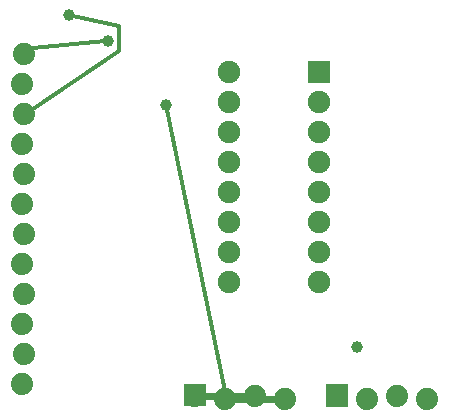
<source format=gtl>
G04 MADE WITH FRITZING*
G04 WWW.FRITZING.ORG*
G04 DOUBLE SIDED*
G04 HOLES PLATED*
G04 CONTOUR ON CENTER OF CONTOUR VECTOR*
%ASAXBY*%
%FSLAX23Y23*%
%MOIN*%
%OFA0B0*%
%SFA1.0B1.0*%
%ADD10C,0.075000*%
%ADD11C,0.039370*%
%ADD12C,0.074000*%
%ADD13R,0.075000X0.075000*%
%ADD14C,0.024000*%
%ADD15C,0.012000*%
%ADD16R,0.001000X0.001000*%
%LNCOPPER1*%
G90*
G70*
G54D10*
X1104Y1219D03*
X804Y1219D03*
X1104Y1119D03*
X804Y1119D03*
X1104Y1019D03*
X804Y1019D03*
X1104Y919D03*
X804Y919D03*
X1104Y819D03*
X804Y819D03*
X1104Y719D03*
X804Y719D03*
X1104Y619D03*
X804Y619D03*
X1104Y519D03*
X804Y519D03*
X1104Y1219D03*
X804Y1219D03*
X1104Y1119D03*
X804Y1119D03*
X1104Y1019D03*
X804Y1019D03*
X1104Y919D03*
X804Y919D03*
X1104Y819D03*
X804Y819D03*
X1104Y719D03*
X804Y719D03*
X1104Y619D03*
X804Y619D03*
X1104Y519D03*
X804Y519D03*
G54D11*
X402Y1322D03*
X270Y1406D03*
X1230Y302D03*
X594Y1106D03*
G54D12*
X121Y1276D03*
X113Y1176D03*
X121Y1076D03*
X113Y976D03*
X121Y876D03*
X113Y776D03*
X121Y676D03*
X113Y576D03*
X121Y476D03*
X113Y376D03*
X121Y276D03*
X113Y176D03*
X121Y1276D03*
X113Y1176D03*
X121Y1076D03*
X113Y976D03*
X121Y876D03*
X113Y776D03*
X121Y676D03*
X113Y576D03*
X121Y476D03*
X113Y376D03*
X121Y276D03*
X113Y176D03*
X692Y139D03*
X792Y129D03*
X892Y139D03*
X992Y129D03*
X692Y139D03*
X792Y129D03*
X892Y139D03*
X992Y129D03*
X1164Y138D03*
X1264Y128D03*
X1364Y138D03*
X1464Y128D03*
X1164Y138D03*
X1264Y128D03*
X1364Y138D03*
X1464Y128D03*
G54D13*
X1104Y1219D03*
X1104Y1219D03*
G54D14*
X723Y139D02*
X861Y139D01*
D02*
X823Y129D02*
X961Y129D01*
G54D15*
D02*
X389Y1320D02*
X150Y1298D01*
X150Y1298D02*
X140Y1290D01*
D02*
X141Y1089D02*
X438Y1286D01*
D02*
X438Y1286D02*
X438Y1370D01*
X438Y1370D02*
X283Y1403D01*
D02*
X788Y154D02*
X786Y170D01*
X786Y170D02*
X597Y1092D01*
G54D16*
X655Y177D02*
X728Y177D01*
X655Y176D02*
X728Y176D01*
X1127Y176D02*
X1199Y176D01*
X655Y175D02*
X728Y175D01*
X1126Y175D02*
X1199Y175D01*
X655Y174D02*
X728Y174D01*
X1126Y174D02*
X1199Y174D01*
X655Y173D02*
X728Y173D01*
X1126Y173D02*
X1199Y173D01*
X655Y172D02*
X728Y172D01*
X1126Y172D02*
X1199Y172D01*
X655Y171D02*
X728Y171D01*
X1126Y171D02*
X1199Y171D01*
X655Y170D02*
X728Y170D01*
X1126Y170D02*
X1199Y170D01*
X655Y169D02*
X728Y169D01*
X1126Y169D02*
X1199Y169D01*
X655Y168D02*
X728Y168D01*
X1126Y168D02*
X1199Y168D01*
X655Y167D02*
X728Y167D01*
X1126Y167D02*
X1199Y167D01*
X655Y166D02*
X728Y166D01*
X1126Y166D02*
X1199Y166D01*
X655Y165D02*
X728Y165D01*
X1126Y165D02*
X1199Y165D01*
X655Y164D02*
X728Y164D01*
X1126Y164D02*
X1199Y164D01*
X655Y163D02*
X728Y163D01*
X1126Y163D02*
X1199Y163D01*
X655Y162D02*
X728Y162D01*
X1126Y162D02*
X1199Y162D01*
X655Y161D02*
X728Y161D01*
X1126Y161D02*
X1199Y161D01*
X655Y160D02*
X687Y160D01*
X695Y160D02*
X728Y160D01*
X1126Y160D02*
X1199Y160D01*
X655Y159D02*
X683Y159D01*
X699Y159D02*
X728Y159D01*
X1126Y159D02*
X1161Y159D01*
X1165Y159D02*
X1199Y159D01*
X655Y158D02*
X681Y158D01*
X701Y158D02*
X728Y158D01*
X1126Y158D02*
X1156Y158D01*
X1170Y158D02*
X1199Y158D01*
X655Y157D02*
X679Y157D01*
X703Y157D02*
X728Y157D01*
X1126Y157D02*
X1153Y157D01*
X1172Y157D02*
X1199Y157D01*
X655Y156D02*
X678Y156D01*
X704Y156D02*
X728Y156D01*
X1126Y156D02*
X1152Y156D01*
X1174Y156D02*
X1199Y156D01*
X655Y155D02*
X677Y155D01*
X705Y155D02*
X728Y155D01*
X1126Y155D02*
X1150Y155D01*
X1175Y155D02*
X1199Y155D01*
X655Y154D02*
X676Y154D01*
X706Y154D02*
X728Y154D01*
X1126Y154D02*
X1149Y154D01*
X1177Y154D02*
X1199Y154D01*
X655Y153D02*
X675Y153D01*
X707Y153D02*
X728Y153D01*
X1126Y153D02*
X1148Y153D01*
X1178Y153D02*
X1199Y153D01*
X655Y152D02*
X674Y152D01*
X708Y152D02*
X728Y152D01*
X1126Y152D02*
X1147Y152D01*
X1179Y152D02*
X1199Y152D01*
X655Y151D02*
X674Y151D01*
X708Y151D02*
X728Y151D01*
X1126Y151D02*
X1146Y151D01*
X1179Y151D02*
X1199Y151D01*
X655Y150D02*
X673Y150D01*
X709Y150D02*
X728Y150D01*
X1126Y150D02*
X1146Y150D01*
X1180Y150D02*
X1199Y150D01*
X655Y149D02*
X673Y149D01*
X710Y149D02*
X728Y149D01*
X1126Y149D02*
X1145Y149D01*
X1181Y149D02*
X1199Y149D01*
X655Y148D02*
X672Y148D01*
X710Y148D02*
X728Y148D01*
X1126Y148D02*
X1144Y148D01*
X1181Y148D02*
X1199Y148D01*
X655Y147D02*
X672Y147D01*
X710Y147D02*
X728Y147D01*
X1126Y147D02*
X1144Y147D01*
X1182Y147D02*
X1199Y147D01*
X655Y146D02*
X671Y146D01*
X711Y146D02*
X728Y146D01*
X1126Y146D02*
X1144Y146D01*
X1182Y146D02*
X1199Y146D01*
X655Y145D02*
X671Y145D01*
X711Y145D02*
X728Y145D01*
X1126Y145D02*
X1143Y145D01*
X1182Y145D02*
X1199Y145D01*
X655Y144D02*
X671Y144D01*
X711Y144D02*
X728Y144D01*
X1126Y144D02*
X1143Y144D01*
X1183Y144D02*
X1199Y144D01*
X655Y143D02*
X671Y143D01*
X711Y143D02*
X728Y143D01*
X1126Y143D02*
X1143Y143D01*
X1183Y143D02*
X1199Y143D01*
X655Y142D02*
X671Y142D01*
X711Y142D02*
X728Y142D01*
X1126Y142D02*
X1143Y142D01*
X1183Y142D02*
X1199Y142D01*
X655Y141D02*
X671Y141D01*
X712Y141D02*
X728Y141D01*
X1126Y141D02*
X1143Y141D01*
X1183Y141D02*
X1199Y141D01*
X655Y140D02*
X671Y140D01*
X712Y140D02*
X728Y140D01*
X1126Y140D02*
X1142Y140D01*
X1183Y140D02*
X1199Y140D01*
X655Y139D02*
X671Y139D01*
X711Y139D02*
X728Y139D01*
X1126Y139D02*
X1142Y139D01*
X1183Y139D02*
X1199Y139D01*
X655Y138D02*
X671Y138D01*
X711Y138D02*
X728Y138D01*
X1126Y138D02*
X1142Y138D01*
X1183Y138D02*
X1199Y138D01*
X655Y137D02*
X671Y137D01*
X711Y137D02*
X728Y137D01*
X1126Y137D02*
X1143Y137D01*
X1183Y137D02*
X1199Y137D01*
X655Y136D02*
X671Y136D01*
X711Y136D02*
X728Y136D01*
X1126Y136D02*
X1143Y136D01*
X1183Y136D02*
X1199Y136D01*
X655Y135D02*
X671Y135D01*
X711Y135D02*
X728Y135D01*
X1126Y135D02*
X1143Y135D01*
X1183Y135D02*
X1199Y135D01*
X655Y134D02*
X672Y134D01*
X710Y134D02*
X728Y134D01*
X1126Y134D02*
X1143Y134D01*
X1183Y134D02*
X1199Y134D01*
X655Y133D02*
X672Y133D01*
X710Y133D02*
X728Y133D01*
X1126Y133D02*
X1143Y133D01*
X1182Y133D02*
X1199Y133D01*
X655Y132D02*
X673Y132D01*
X710Y132D02*
X728Y132D01*
X1126Y132D02*
X1144Y132D01*
X1182Y132D02*
X1199Y132D01*
X655Y131D02*
X673Y131D01*
X709Y131D02*
X728Y131D01*
X1126Y131D02*
X1144Y131D01*
X1182Y131D02*
X1199Y131D01*
X655Y130D02*
X674Y130D01*
X709Y130D02*
X728Y130D01*
X1126Y130D02*
X1145Y130D01*
X1181Y130D02*
X1199Y130D01*
X655Y129D02*
X674Y129D01*
X708Y129D02*
X728Y129D01*
X1126Y129D02*
X1145Y129D01*
X1180Y129D02*
X1199Y129D01*
X655Y128D02*
X675Y128D01*
X707Y128D02*
X728Y128D01*
X1126Y128D02*
X1146Y128D01*
X1180Y128D02*
X1199Y128D01*
X655Y127D02*
X676Y127D01*
X706Y127D02*
X728Y127D01*
X1126Y127D02*
X1147Y127D01*
X1179Y127D02*
X1199Y127D01*
X655Y126D02*
X677Y126D01*
X705Y126D02*
X728Y126D01*
X1126Y126D02*
X1147Y126D01*
X1178Y126D02*
X1199Y126D01*
X655Y125D02*
X678Y125D01*
X704Y125D02*
X728Y125D01*
X1126Y125D02*
X1148Y125D01*
X1177Y125D02*
X1199Y125D01*
X655Y124D02*
X679Y124D01*
X703Y124D02*
X728Y124D01*
X1126Y124D02*
X1149Y124D01*
X1176Y124D02*
X1199Y124D01*
X655Y123D02*
X681Y123D01*
X701Y123D02*
X728Y123D01*
X1126Y123D02*
X1151Y123D01*
X1175Y123D02*
X1199Y123D01*
X655Y122D02*
X683Y122D01*
X699Y122D02*
X728Y122D01*
X1126Y122D02*
X1152Y122D01*
X1173Y122D02*
X1199Y122D01*
X655Y121D02*
X686Y121D01*
X696Y121D02*
X728Y121D01*
X1126Y121D02*
X1154Y121D01*
X1172Y121D02*
X1199Y121D01*
X655Y120D02*
X728Y120D01*
X1126Y120D02*
X1157Y120D01*
X1169Y120D02*
X1199Y120D01*
X655Y119D02*
X728Y119D01*
X1126Y119D02*
X1199Y119D01*
X655Y118D02*
X728Y118D01*
X1126Y118D02*
X1199Y118D01*
X655Y117D02*
X728Y117D01*
X1126Y117D02*
X1199Y117D01*
X655Y116D02*
X728Y116D01*
X1126Y116D02*
X1199Y116D01*
X655Y115D02*
X728Y115D01*
X1126Y115D02*
X1199Y115D01*
X655Y114D02*
X728Y114D01*
X1126Y114D02*
X1199Y114D01*
X655Y113D02*
X728Y113D01*
X1126Y113D02*
X1199Y113D01*
X655Y112D02*
X728Y112D01*
X1126Y112D02*
X1199Y112D01*
X655Y111D02*
X728Y111D01*
X1126Y111D02*
X1199Y111D01*
X655Y110D02*
X728Y110D01*
X1126Y110D02*
X1199Y110D01*
X655Y109D02*
X728Y109D01*
X1126Y109D02*
X1199Y109D01*
X655Y108D02*
X728Y108D01*
X1126Y108D02*
X1199Y108D01*
X655Y107D02*
X728Y107D01*
X1126Y107D02*
X1199Y107D01*
X655Y106D02*
X728Y106D01*
X1126Y106D02*
X1199Y106D01*
X655Y105D02*
X728Y105D01*
X1126Y105D02*
X1199Y105D01*
X655Y104D02*
X728Y104D01*
X1126Y104D02*
X1199Y104D01*
X1126Y103D02*
X1199Y103D01*
D02*
G04 End of Copper1*
M02*
</source>
